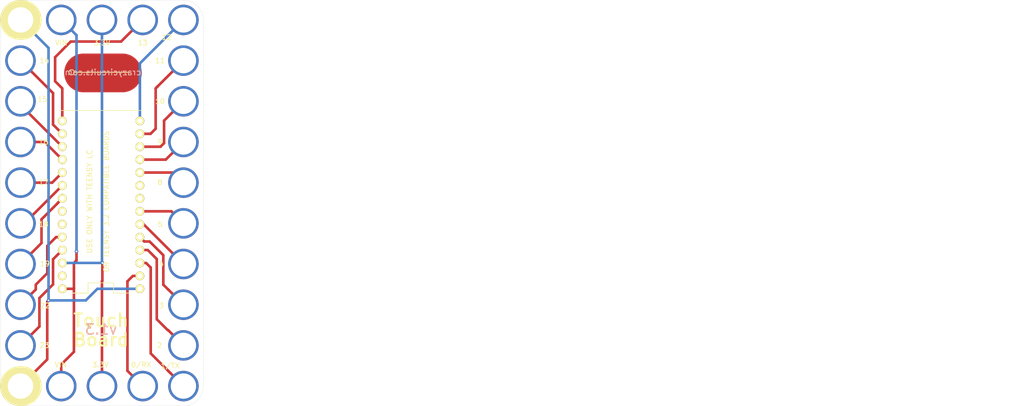
<source format=kicad_pcb>
(kicad_pcb (version 4) (host pcbnew 4.0.5-e0-6337~49~ubuntu16.04.1)

  (general
    (links 0)
    (no_connects 0)
    (area 19.532959 58.405039 220.670359 139.70836)
    (thickness 1.6)
    (drawings 6)
    (tracks 114)
    (zones 0)
    (modules 2)
    (nets 1)
  )

  (page USLetter)
  (title_block
    (title "5x10 Teensy LC Breakout Module")
    (date "20 Jan 2017")
    (rev v1.3)
    (company "All rights reserved.")
    (comment 1 help@browndoggadgets.com)
    (comment 2 http://browndoggadgets.com/)
    (comment 3 "Brown Dog Gadgets")
  )

  (layers
    (0 F.Cu signal)
    (31 B.Cu signal)
    (34 B.Paste user)
    (35 F.Paste user)
    (36 B.SilkS user)
    (37 F.SilkS user)
    (38 B.Mask user)
    (39 F.Mask user)
    (40 Dwgs.User user)
    (44 Edge.Cuts user)
    (46 B.CrtYd user)
    (47 F.CrtYd user)
    (48 B.Fab user)
    (49 F.Fab user)
  )

  (setup
    (last_trace_width 0.254)
    (user_trace_width 0.1524)
    (user_trace_width 0.254)
    (user_trace_width 0.3302)
    (user_trace_width 0.508)
    (user_trace_width 0.762)
    (user_trace_width 1.27)
    (trace_clearance 0.254)
    (zone_clearance 0.508)
    (zone_45_only no)
    (trace_min 0.1524)
    (segment_width 0.1524)
    (edge_width 0.1524)
    (via_size 0.6858)
    (via_drill 0.3302)
    (via_min_size 0.6858)
    (via_min_drill 0.3302)
    (user_via 0.6858 0.3302)
    (user_via 0.762 0.4064)
    (user_via 0.8636 0.508)
    (uvia_size 0.6858)
    (uvia_drill 0.3302)
    (uvias_allowed no)
    (uvia_min_size 0)
    (uvia_min_drill 0)
    (pcb_text_width 0.1524)
    (pcb_text_size 1.016 1.016)
    (mod_edge_width 0.1524)
    (mod_text_size 1.016 1.016)
    (mod_text_width 0.1524)
    (pad_size 1.524 1.524)
    (pad_drill 0.762)
    (pad_to_mask_clearance 0.0762)
    (solder_mask_min_width 0.1016)
    (pad_to_paste_clearance -0.0762)
    (aux_axis_origin 0 0)
    (visible_elements FFFEDF7D)
    (pcbplotparams
      (layerselection 0x310fc_80000001)
      (usegerberextensions true)
      (excludeedgelayer true)
      (linewidth 0.100000)
      (plotframeref false)
      (viasonmask false)
      (mode 1)
      (useauxorigin false)
      (hpglpennumber 1)
      (hpglpenspeed 20)
      (hpglpendiameter 15)
      (hpglpenoverlay 2)
      (psnegative false)
      (psa4output false)
      (plotreference true)
      (plotvalue true)
      (plotinvisibletext false)
      (padsonsilk false)
      (subtractmaskfromsilk false)
      (outputformat 1)
      (mirror false)
      (drillshape 0)
      (scaleselection 1)
      (outputdirectory gerbers))
  )

  (net 0 "")

  (net_class Default "This is the default net class."
    (clearance 0.254)
    (trace_width 0.254)
    (via_dia 0.6858)
    (via_drill 0.3302)
    (uvia_dia 0.6858)
    (uvia_drill 0.3302)
  )

  (module Crazy_Circuits:LOGO-CRAZY-NOLEGO (layer F.Cu) (tedit 5887B92E) (tstamp 5887DED7)
    (at 40.005 76.9366)
    (descr LOGO)
    (tags LOGO)
    (fp_text reference LOGO (at 0 -3.52806) (layer F.Fab)
      (effects (font (size 1 1) (thickness 0.15)))
    )
    (fp_text value "BROWN DOG" (at 0.9 -9) (layer B.SilkS) hide
      (effects (font (size 1.27 1.27) (thickness 0.254)) (justify mirror))
    )
    (fp_text user crazycircuits.com (at 0 -4.064) (layer B.SilkS)
      (effects (font (size 1.143 1.143) (thickness 0.1778)) (justify mirror))
    )
    (fp_line (start 6.096 -5.2705) (end 4.953 -4.318) (layer F.Mask) (width 0.1524))
    (fp_line (start 4.7625 -4.318) (end 6.096 -5.2705) (layer F.Mask) (width 0.1524))
    (fp_line (start 5.715 -5.1435) (end 4.7625 -4.318) (layer F.Mask) (width 0.1524))
    (fp_line (start 4.6355 -4.3815) (end 5.715 -5.1435) (layer F.Mask) (width 0.1524))
    (fp_line (start 5.5245 -5.08) (end 4.6355 -4.3815) (layer F.Mask) (width 0.1524))
    (fp_line (start 4.3815 -4.318) (end 5.5245 -5.08) (layer F.Mask) (width 0.1524))
    (fp_line (start 5.207 -4.953) (end 4.3815 -4.318) (layer F.Mask) (width 0.1524))
    (fp_line (start 4.2545 -4.3815) (end 5.207 -4.953) (layer F.Mask) (width 0.1524))
    (fp_line (start 5.0165 -4.953) (end 4.2545 -4.3815) (layer F.Mask) (width 0.1524))
    (fp_line (start 4.2545 -4.5085) (end 5.0165 -4.953) (layer F.Mask) (width 0.1524))
    (fp_line (start 4.7625 -4.953) (end 4.2545 -4.5085) (layer F.Mask) (width 0.1524))
    (fp_line (start 4.191 -4.6355) (end 4.7625 -4.953) (layer F.Mask) (width 0.1524))
    (fp_line (start 4.7625 -5.1435) (end 4.191 -4.6355) (layer F.Mask) (width 0.1524))
    (fp_line (start 4.7625 -5.2705) (end 4.1275 -4.7625) (layer F.Mask) (width 0.1524))
    (fp_line (start 4.8895 -5.461) (end 4.064 -4.8895) (layer F.Mask) (width 0.1524))
    (fp_line (start 4.8895 -5.588) (end 4.064 -5.0165) (layer F.Mask) (width 0.1524))
    (fp_line (start 3.048 -4.3815) (end 2.413 -5.2705) (layer F.Mask) (width 0.254))
    (fp_line (start 4.953 -4.2545) (end 2.9845 -4.2545) (layer F.Mask) (width 0.1524))
    (fp_line (start 6.5405 -5.3975) (end 4.953 -4.2545) (layer F.Mask) (width 0.1524))
    (fp_line (start 4.7625 -4.953) (end 6.5405 -5.3975) (layer F.Mask) (width 0.1524))
    (fp_line (start 5.08 -5.842) (end 4.7625 -4.953) (layer F.Mask) (width 0.1524))
    (fp_line (start 4.0005 -5.1435) (end 5.08 -5.842) (layer F.Mask) (width 0.1524))
    (fp_line (start 3.175 -6.604) (end 4.0005 -5.08) (layer F.Mask) (width 0.1524))
    (fp_line (start 3.2385 -5.207) (end 3.175 -6.604) (layer F.Mask) (width 0.1524))
    (fp_line (start 2.159 -5.461) (end 3.2385 -5.207) (layer F.Mask) (width 0.1524))
    (fp_line (start 2.9845 -4.2545) (end 2.159 -5.461) (layer F.Mask) (width 0.1524))
    (fp_line (start -5.588 -4.064) (end 5.08 -4.064) (layer F.SilkS) (width 0.1524))
    (fp_circle (center -6.1595 -4.064) (end -5.82208 -3.683) (layer F.SilkS) (width 0.1524))
    (fp_text user CRAZY (at -2.032 -5.588) (layer F.SilkS) hide
      (effects (font (thickness 0.381)))
    )
    (fp_text user CIRCUITS (at 0.254 -2.286) (layer F.SilkS) hide
      (effects (font (thickness 0.381)))
    )
    (fp_line (start 3.2385 -4.3815) (end 2.6035 -5.2705) (layer F.Mask) (width 0.254))
    (fp_line (start 3.429 -4.3815) (end 2.8575 -5.207) (layer F.Mask) (width 0.254))
    (fp_line (start 3.556 -4.3815) (end 3.1115 -5.1435) (layer F.Mask) (width 0.254))
    (fp_line (start 3.81 -4.3815) (end 3.3655 -5.207) (layer F.Mask) (width 0.254))
    (fp_line (start 4.0005 -4.3815) (end 3.429 -5.461) (layer F.Mask) (width 0.254))
    (fp_line (start 4.191 -4.3815) (end 3.302 -6.096) (layer F.Mask) (width 0.254))
    (fp_line (start 3.3655 -5.3975) (end 3.302 -6.223) (layer F.Mask) (width 0.254))
    (pad BG smd oval (at 0 -3.937) (size 15.24 7.62) (layers F.Cu))
  )

  (module Crazy_Circuits:TEENSYLC-5x10-RING (layer F.Cu) (tedit 5988EA59) (tstamp 58830C6A)
    (at 23.81396 86.57936)
    (descr "8-lead dip package, row spacing 7.62 mm (300 mils)")
    (tags "dil dip 2.54 300")
    (path /5882FEC7)
    (fp_text reference U1 (at 12 52) (layer F.SilkS) hide
      (effects (font (size 1 1) (thickness 0.15)))
    )
    (fp_text value Teensy (at 12 52) (layer F.Fab) hide
      (effects (font (size 1 1) (thickness 0.15)))
    )
    (fp_line (start -0.127 -24.003) (end 0.254 -24.003) (layer F.SilkS) (width 7.8))
    (fp_text user VIN (at 8 -19.5) (layer F.SilkS)
      (effects (font (size 1 1) (thickness 0.15)))
    )
    (fp_line (start 7.587 -6.1905) (end 23.587 -6.1905) (layer F.SilkS) (width 0.127))
    (fp_text user "OR TEENSY 3.2 COMPATIBLE BOARDS" (at 16.858 11.7015 90) (layer F.SilkS)
      (effects (font (size 1 1) (thickness 0.15)))
    )
    (fp_text user "USE ONLY WITH TEENSY LC" (at 13.556 11.7015 90) (layer F.SilkS)
      (effects (font (size 1 1) (thickness 0.15)))
    )
    (fp_line (start 18.287 27.7105) (end 13.287 27.7105) (layer F.SilkS) (width 0.127))
    (fp_line (start 18.287 29.7105) (end 18.287 27.7105) (layer F.SilkS) (width 0.127))
    (fp_text user "Teensy LC" (at 16.256 11.1013) (layer F.Fab)
      (effects (font (size 1 1) (thickness 0.15)))
    )
    (fp_text user 18 (at 4.54 16.19) (layer F.SilkS)
      (effects (font (size 1 1) (thickness 0.15)))
    )
    (fp_text user 17 (at 4.54 7.94) (layer F.SilkS)
      (effects (font (size 1 1) (thickness 0.15)))
    )
    (fp_text user 22 (at 4.79 32.19) (layer F.SilkS)
      (effects (font (size 1 1) (thickness 0.15)))
    )
    (fp_text user 19 (at 4.79 23.94) (layer F.SilkS)
      (effects (font (size 1 1) (thickness 0.15)))
    )
    (fp_line (start 0 51.9) (end 32 51.9) (layer Edge.Cuts) (width 0.04064))
    (fp_line (start 32 -27.9) (end 0 -27.9) (layer Edge.Cuts) (width 0.04064))
    (fp_line (start -3.9 -24) (end -3.9 48) (layer Edge.Cuts) (width 0.04064))
    (fp_arc (start 0 48) (end 0 51.9) (angle 89.9) (layer Edge.Cuts) (width 0.04064))
    (fp_arc (start 0 -24) (end -3.9 -24) (angle 90) (layer Edge.Cuts) (width 0.04064))
    (fp_line (start 35.9 48) (end 35.9 -24) (layer Edge.Cuts) (width 0.04064))
    (fp_arc (start 32 -24) (end 32 -27.9) (angle 89.9) (layer Edge.Cuts) (width 0.04064))
    (fp_arc (start 32 48) (end 35.9 48) (angle 90) (layer Edge.Cuts) (width 0.04064))
    (fp_line (start 0 51.9) (end 32 51.9) (layer F.Fab) (width 0.04064))
    (fp_line (start 32 -27.9) (end 0 -27.9) (layer F.Fab) (width 0.04064))
    (fp_line (start -3.9 -24) (end -3.9 48) (layer F.Fab) (width 0.04064))
    (fp_arc (start 0 48) (end 0 51.9) (angle 89.9) (layer F.Fab) (width 0.04064))
    (fp_arc (start 0 -24) (end -3.9 -24) (angle 90) (layer F.Fab) (width 0.04064))
    (fp_line (start 35.9 48) (end 35.9 -24) (layer F.Fab) (width 0.04064))
    (fp_arc (start 32 -24) (end 32 -27.9) (angle 89.9) (layer F.Fab) (width 0.04064))
    (fp_arc (start 32 48) (end 35.9 48) (angle 90) (layer F.Fab) (width 0.04064))
    (fp_line (start 18.287 29.7105) (end 21.287 29.7105) (layer F.SilkS) (width 0.127))
    (fp_line (start 13.287 29.7105) (end 13.287 27.7105) (layer F.SilkS) (width 0.127))
    (fp_line (start 13.287 29.7105) (end 13.287 27.7105) (layer F.SilkS) (width 0.127))
    (fp_line (start 10.287 29.7105) (end 13.287 29.7105) (layer F.SilkS) (width 0.127))
    (fp_line (start 10.287 29.7105) (end 13.287 29.7105) (layer F.SilkS) (width 0.127))
    (fp_text user 23 (at 4.7 40) (layer F.SilkS)
      (effects (font (size 1 1) (thickness 0.15)))
    )
    (fp_text user VIN (at 7.9 43.8) (layer F.SilkS)
      (effects (font (size 1 1) (thickness 0.15)))
    )
    (fp_text user 16 (at 4.54 0 180) (layer F.SilkS)
      (effects (font (size 1 1) (thickness 0.15)))
    )
    (fp_text user 15 (at 4.30384 -8.39816) (layer F.SilkS)
      (effects (font (size 1 1) (thickness 0.15)))
    )
    (fp_text user 14 (at 4.7 -16) (layer F.SilkS)
      (effects (font (size 1 1) (thickness 0.15)))
    )
    (fp_text user 3.3V (at 15.7 43.8) (layer F.SilkS)
      (effects (font (size 1 1) (thickness 0.15)))
    )
    (fp_text user 0/RX (at 23.7 43.8) (layer F.SilkS)
      (effects (font (size 1 1) (thickness 0.15)))
    )
    (fp_text user 3.3V (at 16 -19.5) (layer F.SilkS)
      (effects (font (size 1 1) (thickness 0.15)))
    )
    (fp_text user 13 (at 24 -19.5) (layer F.SilkS)
      (effects (font (size 1 1) (thickness 0.15)))
    )
    (fp_text user 12 (at 28.702 -20.574) (layer F.SilkS)
      (effects (font (size 1 1) (thickness 0.15)))
    )
    (fp_text user 8 (at 27.4 7.94) (layer F.SilkS)
      (effects (font (size 1 1) (thickness 0.15)))
    )
    (fp_text user 9 (at 27.4 0) (layer F.SilkS)
      (effects (font (size 1 1) (thickness 0.15)))
    )
    (fp_text user 10 (at 27.4 -8) (layer F.SilkS)
      (effects (font (size 1 1) (thickness 0.15)))
    )
    (fp_text user 11 (at 27.4 -16) (layer F.SilkS)
      (effects (font (size 1 1) (thickness 0.15)))
    )
    (fp_text user 5 (at 27.4 16.19) (layer F.SilkS)
      (effects (font (size 1 1) (thickness 0.15)))
    )
    (fp_text user 3 (at 27.65 32.19) (layer F.SilkS)
      (effects (font (size 1 1) (thickness 0.15)))
    )
    (fp_text user 4 (at 27.65 23.94) (layer F.SilkS)
      (effects (font (size 1 1) (thickness 0.15)))
    )
    (fp_text user 2 (at 27.305 40.005) (layer F.SilkS)
      (effects (font (size 1 1) (thickness 0.15)))
    )
    (fp_text user 1/TX (at 29.4 44) (layer F.SilkS)
      (effects (font (size 1 1) (thickness 0.15)))
    )
    (fp_line (start -0.127 48.006) (end 0.254 48.006) (layer F.SilkS) (width 7.8))
    (pad GND thru_hole circle (at 23.447 28.8705 180) (size 1.7272 1.7272) (drill 1.016) (layers *.Cu *.Mask F.SilkS))
    (pad 0 thru_hole circle (at 23.447 26.3305 180) (size 1.7272 1.7272) (drill 1.016) (layers *.Cu *.Mask F.SilkS))
    (pad 1 thru_hole circle (at 23.447 23.7905 180) (size 1.7272 1.7272) (drill 1.016) (layers *.Cu *.Mask F.SilkS))
    (pad 2 thru_hole circle (at 23.447 21.2505 180) (size 1.7272 1.7272) (drill 1.016) (layers *.Cu *.Mask F.SilkS))
    (pad 3 thru_hole circle (at 23.447 18.7105 180) (size 1.7272 1.7272) (drill 1.016) (layers *.Cu *.Mask F.SilkS))
    (pad 4 thru_hole circle (at 23.447 16.1705 180) (size 1.7272 1.7272) (drill 1.016) (layers *.Cu *.Mask F.SilkS))
    (pad 5 thru_hole circle (at 23.447 13.6305 180) (size 1.7272 1.7272) (drill 1.016) (layers *.Cu *.Mask F.SilkS))
    (pad 6 thru_hole circle (at 23.447 11.0905 180) (size 1.7272 1.7272) (drill 1.016) (layers *.Cu *.Mask F.SilkS))
    (pad 7 thru_hole circle (at 23.447 8.5505 180) (size 1.7272 1.7272) (drill 1.016) (layers *.Cu *.Mask F.SilkS))
    (pad 8 thru_hole circle (at 23.447 6.0105 180) (size 1.7272 1.7272) (drill 1.016) (layers *.Cu *.Mask F.SilkS))
    (pad 9 thru_hole circle (at 23.447 3.4705 180) (size 1.7272 1.7272) (drill 1.016) (layers *.Cu *.Mask F.SilkS))
    (pad 10 thru_hole circle (at 23.447 0.9305 180) (size 1.7272 1.7272) (drill 1.016) (layers *.Cu *.Mask F.SilkS))
    (pad 11 thru_hole circle (at 23.447 -1.6095 180) (size 1.7272 1.7272) (drill 1.016) (layers *.Cu *.Mask F.SilkS))
    (pad 12 thru_hole circle (at 23.447 -4.1495 180) (size 1.7272 1.7272) (drill 1.016) (layers *.Cu *.Mask F.SilkS))
    (pad 13 thru_hole circle (at 8.207 -4.1495 180) (size 1.7272 1.7272) (drill 1.016) (layers *.Cu *.Mask F.SilkS))
    (pad 16 thru_hole circle (at 8.207 3.4705 180) (size 1.7272 1.7272) (drill 1.016) (layers *.Cu *.Mask F.SilkS))
    (pad 3.3V thru_hole circle (at 8.207 23.7905 180) (size 1.7272 1.7272) (drill 1.016) (layers *.Cu *.Mask F.SilkS))
    (pad 18 thru_hole circle (at 8.207 8.5505 180) (size 1.7272 1.7272) (drill 1.016) (layers *.Cu *.Mask F.SilkS))
    (pad 17 thru_hole circle (at 8.207 6.0105 180) (size 1.7272 1.7272) (drill 1.016) (layers *.Cu *.Mask F.SilkS))
    (pad G3 thru_hole circle (at 8.207 26.3305 180) (size 1.7272 1.7272) (drill 1.016) (layers *.Cu *.Mask F.SilkS))
    (pad 22 thru_hole circle (at 8.207 18.7105 180) (size 1.7272 1.7272) (drill 1.016) (layers *.Cu *.Mask F.SilkS))
    (pad VIN thru_hole circle (at 8.207 28.8705 180) (size 1.7272 1.7272) (drill 1.016) (layers *.Cu *.Mask F.SilkS))
    (pad 21 thru_hole circle (at 8.207 16.1705 180) (size 1.7272 1.7272) (drill 1.016) (layers *.Cu *.Mask F.SilkS))
    (pad 20 thru_hole circle (at 8.207 13.6305 180) (size 1.7272 1.7272) (drill 1.016) (layers *.Cu *.Mask F.SilkS))
    (pad 19 thru_hole circle (at 8.207 11.0905 180) (size 1.7272 1.7272) (drill 1.016) (layers *.Cu *.Mask F.SilkS))
    (pad 23 thru_hole circle (at 8.207 21.2505 180) (size 1.7272 1.7272) (drill 1.016) (layers *.Cu *.Mask F.SilkS))
    (pad 14 thru_hole circle (at 8.207 -1.6095 180) (size 1.7272 1.7272) (drill 1.016) (layers *.Cu *.Mask F.SilkS))
    (pad 15 thru_hole circle (at 8.207 0.9305 180) (size 1.7272 1.7272) (drill 1.016) (layers *.Cu *.Mask F.SilkS))
    (pad 17 thru_hole circle (at 0 8 90) (size 6 6) (drill 4.98) (layers *.Cu *.Mask))
    (pad 18 thru_hole circle (at 0.001 16 90) (size 6 6) (drill 4.98) (layers *.Cu *.Mask))
    (pad 22 thru_hole circle (at 0.001 32 90) (size 6 6) (drill 4.98) (layers *.Cu *.Mask))
    (pad 16 thru_hole circle (at 0.001 0 90) (size 6 6) (drill 4.98) (layers *.Cu *.Mask))
    (pad 23 thru_hole circle (at 0.001 40 90) (size 6 6) (drill 4.98) (layers *.Cu *.Mask))
    (pad 19 thru_hole circle (at 0.001 24 90) (size 6 6) (drill 4.98) (layers *.Cu *.Mask))
    (pad 15 thru_hole circle (at 0 -8 90) (size 6 6) (drill 4.98) (layers *.Cu *.Mask))
    (pad 14 thru_hole circle (at 0 -16 90) (size 6 6) (drill 4.98) (layers *.Cu *.Mask))
    (pad GND thru_hole circle (at 0.001 48 90) (size 6 6) (drill 4.98) (layers *.Cu *.Mask))
    (pad VIN thru_hole circle (at 8 48 90) (size 6 6) (drill 4.98) (layers *.Cu *.Mask))
    (pad 3.3V thru_hole circle (at 16 48 90) (size 6 6) (drill 4.98) (layers *.Cu *.Mask))
    (pad 0/RX thru_hole circle (at 24 48 90) (size 6 6) (drill 4.98) (layers *.Cu *.Mask))
    (pad 3.3V thru_hole circle (at 16 -24 90) (size 6 6) (drill 4.98) (layers *.Cu *.Mask))
    (pad 13 thru_hole circle (at 24 -24 90) (size 6 6) (drill 4.98) (layers *.Cu *.Mask))
    (pad GND thru_hole circle (at 0.001 -24 90) (size 6 6) (drill 4.98) (layers *.Cu *.Mask))
    (pad VIN thru_hole circle (at 8 -24 90) (size 6 6) (drill 4.98) (layers *.Cu *.Mask))
    (pad 12 thru_hole circle (at 32 -24 90) (size 6 6) (drill 4.98) (layers *.Cu *.Mask))
    (pad 11 thru_hole circle (at 32 -16 90) (size 6 6) (drill 4.98) (layers *.Cu *.Mask))
    (pad 10 thru_hole circle (at 32 -8 90) (size 6 6) (drill 4.98) (layers *.Cu *.Mask))
    (pad 9 thru_hole circle (at 32 0 90) (size 6 6) (drill 4.98) (layers *.Cu *.Mask))
    (pad 8 thru_hole circle (at 32 8 90) (size 6 6) (drill 4.98) (layers *.Cu *.Mask))
    (pad 5 thru_hole circle (at 32 16 90) (size 6 6) (drill 4.98) (layers *.Cu *.Mask))
    (pad 4 thru_hole circle (at 32 24 90) (size 6 6) (drill 4.98) (layers *.Cu *.Mask))
    (pad 3 thru_hole circle (at 32 32 90) (size 6 6) (drill 4.98) (layers *.Cu *.Mask))
    (pad 2 thru_hole circle (at 32 40 90) (size 6 6) (drill 4.98) (layers *.Cu *.Mask))
    (pad 1/TX thru_hole circle (at 32 48 90) (size 6 6) (drill 4.98) (layers *.Cu *.Mask))
  )

  (gr_text Board (at 39.624 125.476) (layer F.SilkS) (tstamp 598A1C43)
    (effects (font (size 2.5 2.5) (thickness 0.4)))
  )
  (gr_text v1.3 (at 39.624 123.444) (layer B.SilkS) (tstamp 598A1802)
    (effects (font (size 2 2) (thickness 0.3)) (justify mirror))
  )
  (gr_text Touch (at 39.624 121.666) (layer F.SilkS)
    (effects (font (size 2.5 2.5) (thickness 0.4)))
  )
  (gr_text "FABRICATION NOTES\n\n1. THIS IS A 2 LAYER BOARD. \n2. EXTERNAL LAYERS SHALL HAVE 1 OZ COPPER.\n3. MATERIAL: FR4 AND 0.062 INCH +/- 10% THICK.\n4. BOARDS SHALL BE ROHS COMPLIANT. \n5. MANUFACTURE IN ACCORDANCE WITH IPC-6012 CLASS 2\n6. MASK: BOTH SIDES OF THE BOARD SHALL HAVE \n   SOLDER MASK (GREEN) OVER BARE COPPER. \n7. SILK: BOTH SIDES OF THE BOARD SHALL HAVE WHITE SILK. \n   DO NOT PLACE SILK OVER BARE COPPER.\n8. FINISH: ENIG.\n9. MINIMUM TRACE WIDTH - 0.006 INCH.\n   MINIMUM SPACE - 0.006 INCH.\n   MINIMUM HOLE DIA - 0.013 INCH. \n10. MAX HOLE PLACEMENT TOLERANCE OF +/- 0.003 INCH.\n11. MAX HOLE DIAMETER TOLERANCE OF +/- 0.003 INCH AFTER PLATING." (at 77.8256 97.6884) (layer Dwgs.User)
    (effects (font (size 2.54 2.54) (thickness 0.254)) (justify left))
  )
  (gr_text CIRCUITS (at 40.45204 74.35596) (layer F.Mask) (tstamp 5887DEDA)
    (effects (font (size 1.5 1.5) (thickness 0.31)))
  )
  (gr_text CRAZY (at 38.09492 71.56196) (layer F.Mask)
    (effects (font (size 1.5 1.5) (thickness 0.31)))
  )

  (segment (start 32.02096 82.42986) (end 32.02096 76.04932) (width 0.508) (layer F.Cu) (net 0))
  (segment (start 32.02096 76.04932) (end 30.61208 74.64044) (width 0.508) (layer F.Cu) (net 0))
  (segment (start 30.61208 69.91604) (end 30.61208 74.64044) (width 0.508) (layer F.Cu) (net 0))
  (segment (start 32.02096 68.50716) (end 30.61208 69.91604) (width 0.508) (layer F.Cu) (net 0))
  (segment (start 32.02096 68.49192) (end 32.02096 68.50716) (width 0.508) (layer F.Cu) (net 0))
  (segment (start 32.02096 68.49192) (end 33.68548 66.8274) (width 0.508) (layer F.Cu) (net 0))
  (segment (start 33.68548 66.8274) (end 43.56592 66.8274) (width 0.508) (layer F.Cu) (net 0))
  (segment (start 43.56592 66.8274) (end 47.81396 62.57936) (width 0.508) (layer F.Cu) (net 0))
  (segment (start 47.26096 82.42986) (end 47.26096 71.13236) (width 0.508) (layer B.Cu) (net 0))
  (segment (start 47.26096 71.13236) (end 55.81396 62.57936) (width 0.508) (layer B.Cu) (net 0))
  (segment (start 34.813959 108.096601) (end 34.813959 109.864441) (width 0.508) (layer F.Cu) (net 0))
  (segment (start 34.813959 109.864441) (end 34.30524 110.37316) (width 0.508) (layer F.Cu) (net 0))
  (via (at 34.813959 108.096601) (size 0.6858) (drill 0.3302) (layers F.Cu B.Cu) (net 0))
  (segment (start 31.81396 62.57936) (end 34.813959 65.579359) (width 0.508) (layer B.Cu) (net 0))
  (segment (start 34.813959 65.579359) (end 34.813959 108.096601) (width 0.508) (layer B.Cu) (net 0))
  (segment (start 39.81396 62.57936) (end 39.81396 110.28372) (width 0.508) (layer B.Cu) (net 0))
  (segment (start 39.81396 110.28372) (end 39.89324 110.363) (width 0.508) (layer B.Cu) (net 0))
  (segment (start 47.26096 100.20986) (end 53.44446 100.20986) (width 0.508) (layer F.Cu) (net 0))
  (segment (start 53.44446 100.20986) (end 55.81396 102.57936) (width 0.508) (layer F.Cu) (net 0))
  (segment (start 49.176179 106.153459) (end 51.86172 108.839) (width 0.508) (layer F.Cu) (net 0))
  (segment (start 51.86172 108.839) (end 51.86172 114.64036) (width 0.508) (layer F.Cu) (net 0))
  (segment (start 47.26096 105.28986) (end 48.124559 106.153459) (width 0.508) (layer F.Cu) (net 0))
  (segment (start 48.124559 106.153459) (end 49.176179 106.153459) (width 0.508) (layer F.Cu) (net 0))
  (segment (start 55.81396 110.57936) (end 47.98446 102.74986) (width 0.508) (layer F.Cu) (net 0))
  (segment (start 47.98446 102.74986) (end 47.26096 102.74986) (width 0.508) (layer F.Cu) (net 0))
  (segment (start 51.86172 114.64036) (end 51.86172 114.5316) (width 0.508) (layer F.Cu) (net 0))
  (segment (start 55.81396 134.57936) (end 53.19776 131.96316) (width 0.508) (layer F.Cu) (net 0))
  (segment (start 53.19776 131.96316) (end 52.813961 131.579361) (width 0.508) (layer F.Cu) (net 0))
  (segment (start 49.38776 128.15316) (end 53.19776 131.96316) (width 0.508) (layer F.Cu) (net 0))
  (segment (start 47.26096 110.36986) (end 48.482274 110.36986) (width 0.508) (layer F.Cu) (net 0))
  (segment (start 48.482274 110.36986) (end 49.38776 111.275346) (width 0.508) (layer F.Cu) (net 0))
  (segment (start 49.38776 111.275346) (end 49.38776 128.15316) (width 0.508) (layer F.Cu) (net 0))
  (segment (start 48.80534 107.82986) (end 50.57648 109.601) (width 0.508) (layer F.Cu) (net 0))
  (segment (start 50.57648 109.601) (end 50.57648 121.43232) (width 0.508) (layer F.Cu) (net 0))
  (segment (start 47.26096 107.82986) (end 48.80534 107.82986) (width 0.508) (layer F.Cu) (net 0))
  (segment (start 47.26096 92.58986) (end 53.82446 92.58986) (width 0.508) (layer F.Cu) (net 0))
  (segment (start 53.82446 92.58986) (end 55.81396 94.57936) (width 0.508) (layer F.Cu) (net 0))
  (segment (start 47.26096 90.04986) (end 52.34346 90.04986) (width 0.508) (layer F.Cu) (net 0))
  (segment (start 52.34346 90.04986) (end 55.81396 86.57936) (width 0.508) (layer F.Cu) (net 0))
  (segment (start 52.01412 86.81212) (end 52.01412 82.3792) (width 0.508) (layer F.Cu) (net 0))
  (segment (start 47.26096 87.50986) (end 51.31638 87.50986) (width 0.508) (layer F.Cu) (net 0))
  (segment (start 51.31638 87.50986) (end 52.01412 86.81212) (width 0.508) (layer F.Cu) (net 0))
  (segment (start 50.51552 75.8778) (end 50.6984 75.69492) (width 0.508) (layer F.Cu) (net 0))
  (segment (start 50.6984 75.69492) (end 55.81396 70.57936) (width 0.508) (layer F.Cu) (net 0))
  (segment (start 50.35804 83.96732) (end 50.35804 76.03528) (width 0.508) (layer F.Cu) (net 0))
  (segment (start 50.35804 76.03528) (end 50.6984 75.69492) (width 0.508) (layer F.Cu) (net 0))
  (segment (start 49.3555 84.96986) (end 50.35804 83.96732) (width 0.508) (layer F.Cu) (net 0))
  (segment (start 47.26096 84.96986) (end 49.3555 84.96986) (width 0.508) (layer F.Cu) (net 0))
  (segment (start 39.81396 110.28372) (end 39.89324 110.363) (width 0.508) (layer F.Cu) (net 0))
  (segment (start 39.89324 110.363) (end 39.89324 113.85804) (width 0.508) (layer F.Cu) (net 0))
  (segment (start 39.89324 113.85804) (end 39.81396 113.93732) (width 0.508) (layer F.Cu) (net 0))
  (segment (start 33.249134 110.363) (end 39.89324 110.363) (width 0.508) (layer B.Cu) (net 0))
  (via (at 39.89324 110.363) (size 0.6858) (drill 0.3302) (layers F.Cu B.Cu) (net 0))
  (segment (start 32.02096 110.36986) (end 33.242274 110.36986) (width 0.508) (layer B.Cu) (net 0))
  (segment (start 33.242274 110.36986) (end 33.249134 110.363) (width 0.508) (layer B.Cu) (net 0))
  (segment (start 47.81396 134.57936) (end 44.813961 131.579361) (width 0.508) (layer F.Cu) (net 0))
  (segment (start 44.813961 131.579361) (end 44.813961 113.981759) (width 0.508) (layer F.Cu) (net 0))
  (segment (start 44.813961 113.981759) (end 45.88586 112.90986) (width 0.508) (layer F.Cu) (net 0))
  (segment (start 47.26096 112.90986) (end 45.88586 112.90986) (width 0.508) (layer F.Cu) (net 0))
  (segment (start 29.32176 117.73408) (end 36.63188 117.73408) (width 0.508) (layer B.Cu) (net 0))
  (segment (start 36.63188 117.73408) (end 38.9161 115.44986) (width 0.508) (layer B.Cu) (net 0))
  (segment (start 34.30524 127.84544) (end 34.30524 115.37696) (width 0.508) (layer F.Cu) (net 0))
  (segment (start 34.23234 115.44986) (end 34.30524 115.37696) (width 0.508) (layer F.Cu) (net 0))
  (segment (start 34.30524 115.37696) (end 34.30524 110.37316) (width 0.508) (layer F.Cu) (net 0))
  (segment (start 32.02096 115.44986) (end 34.23234 115.44986) (width 0.508) (layer F.Cu) (net 0))
  (segment (start 30.20568 114.58956) (end 30.20568 109.64514) (width 0.508) (layer F.Cu) (net 0))
  (segment (start 30.20568 109.64514) (end 32.02096 107.82986) (width 0.508) (layer F.Cu) (net 0))
  (segment (start 32.02096 105.28986) (end 30.799646 105.28986) (width 0.508) (layer F.Cu) (net 0))
  (segment (start 30.799646 105.28986) (end 29.07284 107.016666) (width 0.508) (layer F.Cu) (net 0))
  (segment (start 29.07284 107.016666) (end 29.07284 112.37976) (width 0.508) (layer F.Cu) (net 0))
  (segment (start 47.26096 63.13236) (end 47.81396 62.57936) (width 0.508) (layer F.Cu) (net 0))
  (segment (start 52.01412 82.3792) (end 55.81396 78.57936) (width 0.508) (layer F.Cu) (net 0))
  (segment (start 55.26346 95.12986) (end 55.81396 94.57936) (width 0.508) (layer F.Cu) (net 0))
  (segment (start 55.81396 110.57936) (end 55.81396 108.51388) (width 0.508) (layer F.Cu) (net 0))
  (segment (start 52.800721 115.579361) (end 51.86172 114.64036) (width 0.508) (layer F.Cu) (net 0))
  (segment (start 55.81396 118.57936) (end 52.813961 115.579361) (width 0.508) (layer F.Cu) (net 0))
  (segment (start 52.813961 115.579361) (end 52.800721 115.579361) (width 0.508) (layer F.Cu) (net 0))
  (segment (start 52.723521 123.579361) (end 50.57648 121.43232) (width 0.508) (layer F.Cu) (net 0))
  (segment (start 55.81396 126.57936) (end 52.813961 123.579361) (width 0.508) (layer F.Cu) (net 0))
  (segment (start 52.813961 123.579361) (end 52.723521 123.579361) (width 0.508) (layer F.Cu) (net 0))
  (segment (start 52.813961 131.579361) (end 52.813961 131.543801) (width 0.508) (layer F.Cu) (net 0))
  (segment (start 46.98994 112.63884) (end 47.26096 112.90986) (width 0.508) (layer B.Cu) (net 0))
  (segment (start 39.81396 134.57936) (end 39.81396 113.93732) (width 0.508) (layer F.Cu) (net 0))
  (segment (start 27.52852 117.26672) (end 27.52852 122.8658) (width 0.508) (layer F.Cu) (net 0))
  (segment (start 27.52852 122.8658) (end 23.81496 126.57936) (width 0.508) (layer F.Cu) (net 0))
  (segment (start 30.20568 114.58956) (end 27.52852 117.26672) (width 0.508) (layer F.Cu) (net 0))
  (segment (start 26.814959 114.637641) (end 29.07284 112.37976) (width 0.508) (layer F.Cu) (net 0))
  (segment (start 23.81496 118.57936) (end 26.814959 115.579361) (width 0.508) (layer F.Cu) (net 0))
  (segment (start 26.814959 115.579361) (end 26.814959 114.637641) (width 0.508) (layer F.Cu) (net 0))
  (segment (start 27.94 101.78288) (end 27.94 106.45432) (width 0.508) (layer F.Cu) (net 0))
  (segment (start 27.94 106.45432) (end 23.81496 110.57936) (width 0.508) (layer F.Cu) (net 0))
  (segment (start 31.157361 98.565519) (end 27.94 101.78288) (width 0.508) (layer F.Cu) (net 0))
  (segment (start 32.02096 97.66986) (end 31.157361 98.533459) (width 0.508) (layer F.Cu) (net 0))
  (segment (start 31.157361 98.533459) (end 31.157361 98.565519) (width 0.508) (layer F.Cu) (net 0))
  (segment (start 32.02096 95.12986) (end 24.57146 102.57936) (width 0.508) (layer F.Cu) (net 0))
  (segment (start 24.57146 102.57936) (end 23.81496 102.57936) (width 0.508) (layer F.Cu) (net 0))
  (segment (start 23.81396 94.57936) (end 30.03146 94.57936) (width 0.508) (layer F.Cu) (net 0))
  (segment (start 30.03146 94.57936) (end 32.02096 92.58986) (width 0.508) (layer F.Cu) (net 0))
  (segment (start 32.02096 90.04986) (end 28.55046 86.57936) (width 0.508) (layer F.Cu) (net 0))
  (segment (start 28.55046 86.57936) (end 23.81496 86.57936) (width 0.508) (layer F.Cu) (net 0))
  (segment (start 32.02096 87.50986) (end 23.81396 79.30286) (width 0.508) (layer F.Cu) (net 0))
  (segment (start 23.81396 79.30286) (end 23.81396 78.57936) (width 0.508) (layer F.Cu) (net 0))
  (segment (start 30.20568 76.97108) (end 30.20568 83.15458) (width 0.508) (layer F.Cu) (net 0))
  (segment (start 30.20568 83.15458) (end 32.02096 84.96986) (width 0.508) (layer F.Cu) (net 0))
  (segment (start 23.81396 70.57936) (end 30.20568 76.97108) (width 0.508) (layer F.Cu) (net 0))
  (segment (start 29.32176 117.73408) (end 29.32176 68.08616) (width 0.508) (layer B.Cu) (net 0))
  (segment (start 29.32176 68.08616) (end 23.81496 62.57936) (width 0.508) (layer B.Cu) (net 0))
  (via (at 29.32176 117.73408) (size 0.6858) (drill 0.3302) (layers F.Cu B.Cu) (net 0))
  (segment (start 29.06268 117.99316) (end 29.06268 129.33164) (width 0.508) (layer F.Cu) (net 0))
  (segment (start 29.32176 117.73408) (end 29.06268 117.99316) (width 0.508) (layer F.Cu) (net 0))
  (segment (start 47.26096 115.44986) (end 38.9161 115.44986) (width 0.508) (layer B.Cu) (net 0))
  (segment (start 31.81396 134.57936) (end 31.81396 130.33672) (width 0.508) (layer F.Cu) (net 0))
  (segment (start 31.81396 130.33672) (end 34.30524 127.84544) (width 0.508) (layer F.Cu) (net 0))
  (segment (start 29.06268 129.33164) (end 23.81496 134.57936) (width 0.508) (layer F.Cu) (net 0))

)

</source>
